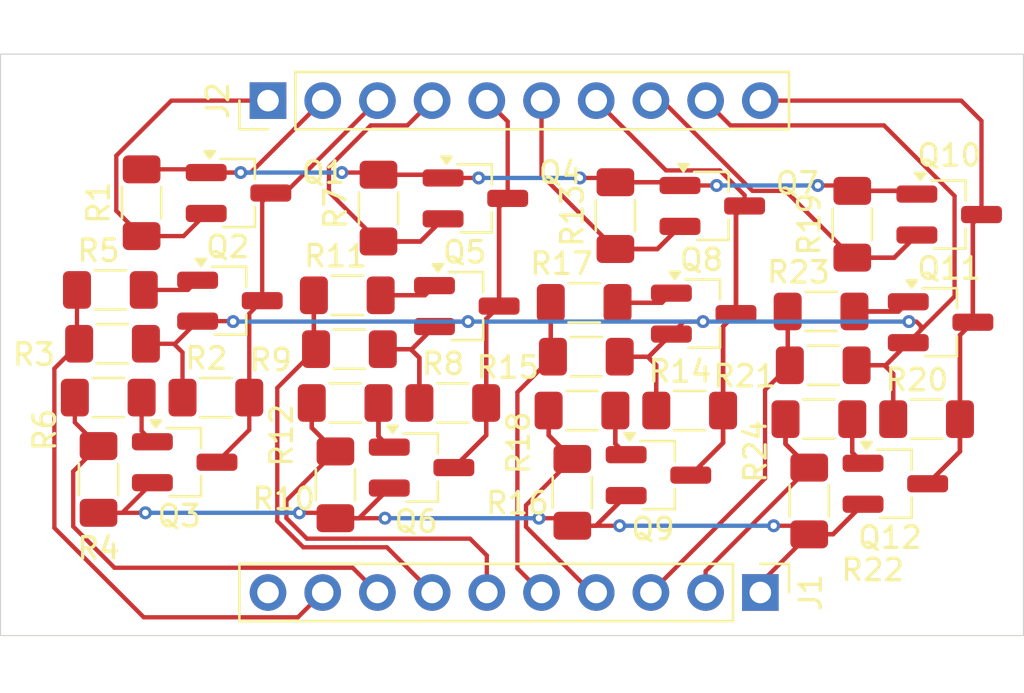
<source format=kicad_pcb>
(kicad_pcb (version 20240108) (generator "pcbnew") (generator_version "8.0")
  (layers (0 "F.Cu" signal) (31 "B.Cu" signal) (34 "B.Paste" user) (35 "F.Paste" user) (36 "B.SilkS" user "B.Silkscreen") (37 "F.SilkS" user "F.Silkscreen") (38 "B.Mask" user) (39 "F.Mask" user) (44 "Edge.Cuts" user))
  (net 0 "")
  (net 1 "Net-(Q2-B)")
  (net 2 "GND")
  (net 3 "HVS0")
  (net 4 "GS3")
  (net 5 "LIO0")
  (net 6 "GS1")
  (net 7 "Net-(Q3-B)")
  (net 8 "GS2")
  (net 9 "HVS2")
  (net 10 "HVS1")
  (net 11 "Net-(Q5-B)")
  (net 12 "HVS3")
  (net 13 "Net-(Q6-B)")
  (net 14 "GS0")
  (net 15 "LIO1")
  (net 16 "LIO3")
  (net 17 "Net-(Q8-B)")
  (net 18 "HIO0")
  (net 19 "Net-(Q9-B)")
  (net 20 "HIO3")
  (net 21 "HIO2")
  (net 22 "HV")
  (net 23 "Net-(Q11-B)")
  (net 24 "LV")
  (net 25 "Net-(Q12-B)")
  (net 26 "HIO1")
  (net 27 "LIO2")
  (footprint "Package_TO_SOT_SMD:SOT-23_Handsoldering" (layer "F.Cu") (at 148.05 91.45)
    (property "Reference" "Q12")
    (property "Value" "PMBT2222A")
  )
  (footprint "Resistor_SMD:R_1206_3216Metric_Pad1.30x1.75mm_HandSolder" (layer "F.Cu") (at 122.05 91.5 -90)
    (property "Reference" "R10")
    (property "Value" "5.6k")
  )
  (footprint "Connector_PinHeader_2.54mm:PinHeader_1x10_P2.54mm_Vertical" (layer "F.Cu") (at 141.78 96.5 -90)
    (property "Reference" "J1")
    (property "Value" "Conn_01x10")
  )
  (footprint "Package_TO_SOT_SMD:SOT-23_Handsoldering" (layer "F.Cu") (at 150.15 83.95)
    (property "Reference" "Q11")
    (property "Value" "S9012")
  )
  (footprint "Package_TO_SOT_SMD:SOT-23_Handsoldering" (layer "F.Cu") (at 117.55 77.95)
    (property "Reference" "Q1")
    (property "Value" "BSS138")
  )
  (footprint "Resistor_SMD:R_1206_3216Metric_Pad1.30x1.75mm_HandSolder" (layer "F.Cu") (at 122.6 82.7)
    (property "Reference" "R11")
    (property "Value" "2.7k")
  )
  (footprint "Resistor_SMD:R_1206_3216Metric_Pad1.30x1.75mm_HandSolder" (layer "F.Cu") (at 124.05 78.65 -90)
    (property "Reference" "R7")
    (property "Value" "10k")
  )
  (footprint "Resistor_SMD:R_1206_3216Metric_Pad1.30x1.75mm_HandSolder" (layer "F.Cu") (at 138.5 88.05)
    (property "Reference" "R14")
    (property "Value" "10k")
  )
  (footprint "Package_TO_SOT_SMD:SOT-23_Handsoldering" (layer "F.Cu") (at 117.15 82.95)
    (property "Reference" "Q2")
    (property "Value" "S9012")
  )
  (footprint "Resistor_SMD:R_1206_3216Metric_Pad1.30x1.75mm_HandSolder" (layer "F.Cu") (at 111.5 87.45)
    (property "Reference" "R6")
    (property "Value" "2.7k")
  )
  (footprint "Connector_PinHeader_2.54mm:PinHeader_1x10_P2.54mm_Vertical" (layer "F.Cu") (at 118.92 73.66 90)
    (property "Reference" "J2")
    (property "Value" "Conn_01x10")
  )
  (footprint "Package_TO_SOT_SMD:SOT-23_Handsoldering" (layer "F.Cu") (at 137.05 91.05)
    (property "Reference" "Q9")
    (property "Value" "PMBT2222A")
  )
  (footprint "Resistor_SMD:R_1206_3216Metric_Pad1.30x1.75mm_HandSolder" (layer "F.Cu") (at 133.5 88.05)
    (property "Reference" "R18")
    (property "Value" "2.7k")
  )
  (footprint "Resistor_SMD:R_1206_3216Metric_Pad1.30x1.75mm_HandSolder" (layer "F.Cu") (at 111.7 84.95 180)
    (property "Reference" "R3")
    (property "Value" "5.6k")
  )
  (footprint "Package_TO_SOT_SMD:SOT-23_Handsoldering" (layer "F.Cu") (at 150.55 78.95)
    (property "Reference" "Q10")
    (property "Value" "BSS138")
  )
  (footprint "Resistor_SMD:R_1206_3216Metric_Pad1.30x1.75mm_HandSolder" (layer "F.Cu") (at 144.6 83.45)
    (property "Reference" "R23")
    (property "Value" "2.7k")
  )
  (footprint "Resistor_SMD:R_1206_3216Metric_Pad1.30x1.75mm_HandSolder" (layer "F.Cu") (at 133.05 91.85 -90)
    (property "Reference" "R16")
    (property "Value" "5.6k")
  )
  (footprint "Resistor_SMD:R_1206_3216Metric_Pad1.30x1.75mm_HandSolder" (layer "F.Cu") (at 122.5 87.7)
    (property "Reference" "R12")
    (property "Value" "2.7k")
  )
  (footprint "Resistor_SMD:R_1206_3216Metric_Pad1.30x1.75mm_HandSolder" (layer "F.Cu") (at 144.7 85.95 180)
    (property "Reference" "R21")
    (property "Value" "5.6k")
  )
  (footprint "Package_TO_SOT_SMD:SOT-23_Handsoldering" (layer "F.Cu") (at 128.15 83.2)
    (property "Reference" "Q5")
    (property "Value" "S9012")
  )
  (footprint "Resistor_SMD:R_1206_3216Metric_Pad1.30x1.75mm_HandSolder" (layer "F.Cu") (at 111.6 82.45)
    (property "Reference" "R5")
    (property "Value" "2.7k")
  )
  (footprint "Resistor_SMD:R_1206_3216Metric_Pad1.30x1.75mm_HandSolder" (layer "F.Cu") (at 133.6 83.05)
    (property "Reference" "R17")
    (property "Value" "2.7k")
  )
  (footprint "Resistor_SMD:R_1206_3216Metric_Pad1.30x1.75mm_HandSolder" (layer "F.Cu") (at 135.05 79 -90)
    (property "Reference" "R13")
    (property "Value" "10k")
  )
  (footprint "Resistor_SMD:R_1206_3216Metric_Pad1.30x1.75mm_HandSolder" (layer "F.Cu") (at 149.5 88.45)
    (property "Reference" "R20")
    (property "Value" "10k")
  )
  (footprint "Resistor_SMD:R_1206_3216Metric_Pad1.30x1.75mm_HandSolder" (layer "F.Cu") (at 127.5 87.7)
    (property "Reference" "R8")
    (property "Value" "10k")
  )
  (footprint "Resistor_SMD:R_1206_3216Metric_Pad1.30x1.75mm_HandSolder" (layer "F.Cu") (at 111.05 91.25 -90)
    (property "Reference" "R4")
    (property "Value" "5.6k")
  )
  (footprint "Resistor_SMD:R_1206_3216Metric_Pad1.30x1.75mm_HandSolder" (layer "F.Cu") (at 122.7 85.2 180)
    (property "Reference" "R9")
    (property "Value" "5.6k")
  )
  (footprint "Resistor_SMD:R_1206_3216Metric_Pad1.30x1.75mm_HandSolder" (layer "F.Cu") (at 113.05 78.4 -90)
    (property "Reference" "R1")
    (property "Value" "10k")
  )
  (footprint "Resistor_SMD:R_1206_3216Metric_Pad1.30x1.75mm_HandSolder" (layer "F.Cu") (at 116.5 87.45)
    (property "Reference" "R2")
    (property "Value" "10k")
  )
  (footprint "Package_TO_SOT_SMD:SOT-23_Handsoldering" (layer "F.Cu") (at 128.55 78.2)
    (property "Reference" "Q4")
    (property "Value" "BSS138")
  )
  (footprint "Package_TO_SOT_SMD:SOT-23_Handsoldering" (layer "F.Cu") (at 115.05 90.45)
    (property "Reference" "Q3")
    (property "Value" "PMBT2222A")
  )
  (footprint "Package_TO_SOT_SMD:SOT-23_Handsoldering" (layer "F.Cu") (at 139.55 78.55)
    (property "Reference" "Q7")
    (property "Value" "BSS138")
  )
  (footprint "Package_TO_SOT_SMD:SOT-23_Handsoldering" (layer "F.Cu") (at 126.05 90.7)
    (property "Reference" "Q6")
    (property "Value" "PMBT2222A")
  )
  (footprint "Resistor_SMD:R_1206_3216Metric_Pad1.30x1.75mm_HandSolder" (layer "F.Cu") (at 144.05 92.25 -90)
    (property "Reference" "R22")
    (property "Value" "5.6k")
  )
  (footprint "Package_TO_SOT_SMD:SOT-23_Handsoldering" (layer "F.Cu") (at 139.15 83.55)
    (property "Reference" "Q8")
    (property "Value" "S9012")
  )
  (footprint "Resistor_SMD:R_1206_3216Metric_Pad1.30x1.75mm_HandSolder" (layer "F.Cu") (at 133.7 85.55 180)
    (property "Reference" "R15")
    (property "Value" "5.6k")
  )
  (footprint "Resistor_SMD:R_1206_3216Metric_Pad1.30x1.75mm_HandSolder" (layer "F.Cu") (at 144.5 88.45)
    (property "Reference" "R24")
    (property "Value" "2.7k")
  )
  (footprint "Resistor_SMD:R_1206_3216Metric_Pad1.30x1.75mm_HandSolder" (layer "F.Cu") (at 146.05 79.4 -90)
    (property "Reference" "R19")
    (property "Value" "10k")
  )
  (gr_rect (start 106.5 71.5) (end 154 98.5) (stroke (width 0.05)) (fill none) (layer "Edge.Cuts"))
  (segment (start 113.15 82.45) (end 115.2 82.45) (width 0.2) (layer "F.Cu") (net 1))
  (segment (start 115.2 82.45) (end 115.65 82) (width 0.2) (layer "F.Cu") (net 1))
  (segment (start 134.15 93.4) (end 135.55 92) (width 0.2) (layer "F.Cu") (net 2))
  (segment (start 145.15 93.8) (end 146.55 92.4) (width 0.2) (layer "F.Cu") (net 2))
  (segment (start 134.15 93.4) (end 135.55 92) (width 0.2) (layer "F.Cu") (net 2))
  (segment (start 144.05 93.8) (end 145.15 93.8) (width 0.2) (layer "F.Cu") (net 2))
  (segment (start 123.15 93.05) (end 124.55 91.65) (width 0.2) (layer "F.Cu") (net 2))
  (segment (start 144.05 93.8) (end 145.15 93.8) (width 0.2) (layer "F.Cu") (net 2))
  (segment (start 122.05 93.05) (end 123.15 93.05) (width 0.2) (layer "F.Cu") (net 2))
  (segment (start 123.15 93.05) (end 124.55 91.65) (width 0.2) (layer "F.Cu") (net 2))
  (segment (start 111.05 92.8) (end 112.15 92.8) (width 0.2) (layer "F.Cu") (net 2))
  (segment (start 133.05 93.4) (end 134.15 93.4) (width 0.2) (layer "F.Cu") (net 2))
  (segment (start 145.15 93.8) (end 146.55 92.4) (width 0.2) (layer "F.Cu") (net 2))
  (segment (start 133.05 93.4) (end 134.15 93.4) (width 0.2) (layer "F.Cu") (net 2))
  (segment (start 133.05 93.4) (end 134.15 93.4) (width 0.2) (layer "F.Cu") (net 2))
  (segment (start 122.05 93.05) (end 123.15 93.05) (width 0.2) (layer "F.Cu") (net 2))
  (segment (start 145.15 93.8) (end 146.55 92.4) (width 0.2) (layer "F.Cu") (net 2))
  (segment (start 122.05 93.05) (end 123.15 93.05) (width 0.2) (layer "F.Cu") (net 2))
  (segment (start 121.8 92.8) (end 122.05 93.05) (width 0.2) (layer "F.Cu") (net 2))
  (segment (start 123.15 93.05) (end 124.35 93.05) (width 0.2) (layer "F.Cu") (net 2))
  (segment (start 131.5 93.05) (end 132.7 93.05) (width 0.2) (layer "F.Cu") (net 2))
  (segment (start 145.15 93.8) (end 146.55 92.4) (width 0.2) (layer "F.Cu") (net 2))
  (segment (start 112.025 92.8) (end 113.225 92.8) (width 0.2) (layer "F.Cu") (net 2))
  (segment (start 144.05 93.8) (end 145.15 93.8) (width 0.2) (layer "F.Cu") (net 2))
  (segment (start 134.15 93.4) (end 135.55 92) (width 0.2) (layer "F.Cu") (net 2))
  (segment (start 123.15 93.05) (end 124.55 91.65) (width 0.2) (layer "F.Cu") (net 2))
  (segment (start 123.15 93.05) (end 124.55 91.65) (width 0.2) (layer "F.Cu") (net 2))
  (segment (start 144.05 93.8) (end 145.15 93.8) (width 0.2) (layer "F.Cu") (net 2))
  (segment (start 141.78 96.07) (end 144.05 93.8) (width 0.2) (layer "F.Cu") (net 2))
  (segment (start 141.78 96.5) (end 141.78 96.07) (width 0.2) (layer "F.Cu") (net 2))
  (segment (start 134.15 93.4) (end 135.55 92) (width 0.2) (layer "F.Cu") (net 2))
  (segment (start 143.65 93.4) (end 144.05 93.8) (width 0.2) (layer "F.Cu") (net 2))
  (segment (start 134.05 93.4) (end 135.25 93.4) (width 0.2) (layer "F.Cu") (net 2))
  (segment (start 122.05 93.05) (end 123.15 93.05) (width 0.2) (layer "F.Cu") (net 2))
  (segment (start 120.375 92.8) (end 121.575 92.8) (width 0.2) (layer "F.Cu") (net 2))
  (segment (start 133.05 93.4) (end 134.15 93.4) (width 0.2) (layer "F.Cu") (net 2))
  (segment (start 142.4 93.4) (end 143.6 93.4) (width 0.2) (layer "F.Cu") (net 2))
  (segment (start 132.7 93.05) (end 133.05 93.4) (width 0.2) (layer "F.Cu") (net 2))
  (segment (start 112.15 92.8) (end 113.55 91.4) (width 0.2) (layer "F.Cu") (net 2))
  (via (at 142.4 93.4) (size 0.6) (drill 0.3) (layers "F.Cu" "B.Cu") (net 2))
  (via (at 131.5 93.05) (size 0.6) (drill 0.3) (layers "F.Cu" "B.Cu") (net 2))
  (via (at 120.375 92.8) (size 0.6) (drill 0.3) (layers "F.Cu" "B.Cu") (net 2))
  (via (at 135.25 93.4) (size 0.6) (drill 0.3) (layers "F.Cu" "B.Cu") (net 2))
  (via (at 124.35 93.05) (size 0.6) (drill 0.3) (layers "F.Cu" "B.Cu") (net 2))
  (via (at 113.225 92.8) (size 0.6) (drill 0.3) (layers "F.Cu" "B.Cu") (net 2))
  (segment (start 135.25 93.4) (end 142.4 93.4) (width 0.2) (layer "B.Cu") (net 2))
  (segment (start 124.35 93.05) (end 131.5 93.05) (width 0.2) (layer "B.Cu") (net 2))
  (segment (start 113.225 92.8) (end 120.375 92.8) (width 0.2) (layer "B.Cu") (net 2))
  (segment (start 121.46 96.5) (end 120.31 97.65) (width 0.2) (layer "F.Cu") (net 3))
  (segment (start 109 86.1) (end 109 93.5) (width 0.2) (layer "F.Cu") (net 3))
  (segment (start 110.15 84.95) (end 109 86.1) (width 0.2) (layer "F.Cu") (net 3))
  (segment (start 110.05 82.45) (end 110.05 84.85) (width 0.2) (layer "F.Cu") (net 3))
  (segment (start 120.31 97.65) (end 113.15 97.65) (width 0.2) (layer "F.Cu") (net 3))
  (segment (start 110.05 84.85) (end 110.15 84.95) (width 0.2) (layer "F.Cu") (net 3))
  (segment (start 113.15 97.65) (end 109 93.5) (width 0.2) (layer "F.Cu") (net 3))
  (segment (start 142.95 89.6) (end 144.05 90.7) (width 0.2) (layer "F.Cu") (net 4))
  (segment (start 142.95 89.6) (end 144.05 90.7) (width 0.2) (layer "F.Cu") (net 4))
  (segment (start 142.95 89.6) (end 144.05 90.7) (width 0.2) (layer "F.Cu") (net 4))
  (segment (start 142.95 88.45) (end 142.95 89.6) (width 0.2) (layer "F.Cu") (net 4))
  (segment (start 142.95 88.45) (end 142.95 89.6) (width 0.2) (layer "F.Cu") (net 4))
  (segment (start 139.24 95.51) (end 144.05 90.7) (width 0.2) (layer "F.Cu") (net 4))
  (segment (start 139.24 96.5) (end 139.24 95.51) (width 0.2) (layer "F.Cu") (net 4))
  (segment (start 142.95 89.6) (end 144.05 90.7) (width 0.2) (layer "F.Cu") (net 4))
  (segment (start 142.95 88.45) (end 142.95 89.6) (width 0.2) (layer "F.Cu") (net 4))
  (segment (start 142.95 88.45) (end 142.95 89.6) (width 0.2) (layer "F.Cu") (net 4))
  (segment (start 115 79.95) (end 116.05 78.9) (width 0.2) (layer "F.Cu") (net 5))
  (segment (start 118.92 73.66) (end 114.430256 73.66) (width 0.2) (layer "F.Cu") (net 5))
  (segment (start 111.875 78.775) (end 113.05 79.95) (width 0.2) (layer "F.Cu") (net 5))
  (segment (start 113.05 79.95) (end 115 79.95) (width 0.2) (layer "F.Cu") (net 5))
  (segment (start 111.875 76.215256) (end 111.875 78.775) (width 0.2) (layer "F.Cu") (net 5))
  (segment (start 114.430256 73.66) (end 111.875 76.215256) (width 0.2) (layer "F.Cu") (net 5))
  (segment (start 119.775 93.048529) (end 120.726471 94) (width 0.2) (layer "F.Cu") (net 6))
  (segment (start 129.08 94.78) (end 129.08 96.5) (width 0.2) (layer "F.Cu") (net 6))
  (segment (start 119.775 92.225) (end 119.775 93.048529) (width 0.2) (layer "F.Cu") (net 6))
  (segment (start 120.95 87.7) (end 120.95 88.85) (width 0.2) (layer "F.Cu") (net 6))
  (segment (start 128.3 94) (end 129.08 94.78) (width 0.2) (layer "F.Cu") (net 6))
  (segment (start 120.95 88.85) (end 122.05 89.95) (width 0.2) (layer "F.Cu") (net 6))
  (segment (start 120.726471 94) (end 128.3 94) (width 0.2) (layer "F.Cu") (net 6))
  (segment (start 120.95 88.85) (end 122.05 89.95) (width 0.2) (layer "F.Cu") (net 6))
  (segment (start 120.95 88.85) (end 122.05 89.95) (width 0.2) (layer "F.Cu") (net 6))
  (segment (start 120.95 87.7) (end 120.95 88.85) (width 0.2) (layer "F.Cu") (net 6))
  (segment (start 120.95 87.7) (end 120.95 88.85) (width 0.2) (layer "F.Cu") (net 6))
  (segment (start 120.95 88.85) (end 122.05 89.95) (width 0.2) (layer "F.Cu") (net 6))
  (segment (start 120.95 87.7) (end 120.95 88.85) (width 0.2) (layer "F.Cu") (net 6))
  (segment (start 122.05 89.95) (end 119.775 92.225) (width 0.2) (layer "F.Cu") (net 6))
  (segment (start 113.05 87.45) (end 113.05 89) (width 0.2) (layer "F.Cu") (net 7))
  (segment (start 113.05 89) (end 113.55 89.5) (width 0.2) (layer "F.Cu") (net 7))
  (segment (start 130.9 93.45) (end 133.95 96.5) (width 0.2) (layer "F.Cu") (net 8))
  (segment (start 133.05 90.3) (end 130.9 92.45) (width 0.2) (layer "F.Cu") (net 8))
  (segment (start 131.95 88.05) (end 131.95 89.2) (width 0.2) (layer "F.Cu") (net 8))
  (segment (start 131.95 88.05) (end 131.95 89.2) (width 0.2) (layer "F.Cu") (net 8))
  (segment (start 133.95 96.5) (end 134.16 96.5) (width 0.2) (layer "F.Cu") (net 8))
  (segment (start 131.95 88.05) (end 131.95 89.2) (width 0.2) (layer "F.Cu") (net 8))
  (segment (start 131.95 89.2) (end 133.05 90.3) (width 0.2) (layer "F.Cu") (net 8))
  (segment (start 131.95 88.05) (end 131.95 89.2) (width 0.2) (layer "F.Cu") (net 8))
  (segment (start 130.9 92.45) (end 130.9 93.45) (width 0.2) (layer "F.Cu") (net 8))
  (segment (start 131.95 89.2) (end 133.05 90.3) (width 0.2) (layer "F.Cu") (net 8))
  (segment (start 131.95 89.2) (end 133.05 90.3) (width 0.2) (layer "F.Cu") (net 8))
  (segment (start 131.95 89.2) (end 133.05 90.3) (width 0.2) (layer "F.Cu") (net 8))
  (segment (start 132.05 83.05) (end 132.05 85.45) (width 0.2) (layer "F.Cu") (net 9))
  (segment (start 132.05 83.05) (end 132.05 85.45) (width 0.2) (layer "F.Cu") (net 9))
  (segment (start 130.5 87.2) (end 132.15 85.55) (width 0.2) (layer "F.Cu") (net 9))
  (segment (start 132.05 85.45) (end 132.15 85.55) (width 0.2) (layer "F.Cu") (net 9))
  (segment (start 130.5 95.38) (end 130.5 87.2) (width 0.2) (layer "F.Cu") (net 9))
  (segment (start 131.62 96.5) (end 130.5 95.38) (width 0.2) (layer "F.Cu") (net 9))
  (segment (start 132.05 83.05) (end 132.05 85.45) (width 0.2) (layer "F.Cu") (net 9))
  (segment (start 132.05 85.45) (end 132.15 85.55) (width 0.2) (layer "F.Cu") (net 9))
  (segment (start 132.05 85.45) (end 132.15 85.55) (width 0.2) (layer "F.Cu") (net 9))
  (segment (start 132.05 83.05) (end 132.05 85.45) (width 0.2) (layer "F.Cu") (net 9))
  (segment (start 132.05 85.45) (end 132.15 85.55) (width 0.2) (layer "F.Cu") (net 9))
  (segment (start 121.05 82.7) (end 121.05 85.1) (width 0.2) (layer "F.Cu") (net 10))
  (segment (start 121.05 85.1) (end 121.15 85.2) (width 0.2) (layer "F.Cu") (net 10))
  (segment (start 121.05 82.7) (end 121.05 85.1) (width 0.2) (layer "F.Cu") (net 10))
  (segment (start 120.560785 94.4) (end 119.35 93.189215) (width 0.2) (layer "F.Cu") (net 10))
  (segment (start 121.05 82.7) (end 121.05 85.1) (width 0.2) (layer "F.Cu") (net 10))
  (segment (start 121.05 85.1) (end 121.15 85.2) (width 0.2) (layer "F.Cu") (net 10))
  (segment (start 119.35 93.189215) (end 119.35 87) (width 0.2) (layer "F.Cu") (net 10))
  (segment (start 119.35 87) (end 121.15 85.2) (width 0.2) (layer "F.Cu") (net 10))
  (segment (start 126.54 96.5) (end 124.44 94.4) (width 0.2) (layer "F.Cu") (net 10))
  (segment (start 121.05 85.1) (end 121.15 85.2) (width 0.2) (layer "F.Cu") (net 10))
  (segment (start 121.05 82.7) (end 121.05 85.1) (width 0.2) (layer "F.Cu") (net 10))
  (segment (start 121.05 85.1) (end 121.15 85.2) (width 0.2) (layer "F.Cu") (net 10))
  (segment (start 124.44 94.4) (end 120.560785 94.4) (width 0.2) (layer "F.Cu") (net 10))
  (segment (start 124.15 82.7) (end 126.2 82.7) (width 0.2) (layer "F.Cu") (net 11))
  (segment (start 124.15 82.7) (end 126.2 82.7) (width 0.2) (layer "F.Cu") (net 11))
  (segment (start 126.2 82.7) (end 126.65 82.25) (width 0.2) (layer "F.Cu") (net 11))
  (segment (start 126.2 82.7) (end 126.65 82.25) (width 0.2) (layer "F.Cu") (net 11))
  (segment (start 126.2 82.7) (end 126.65 82.25) (width 0.2) (layer "F.Cu") (net 11))
  (segment (start 126.2 82.7) (end 126.65 82.25) (width 0.2) (layer "F.Cu") (net 11))
  (segment (start 124.15 82.7) (end 126.2 82.7) (width 0.2) (layer "F.Cu") (net 11))
  (segment (start 124.15 82.7) (end 126.2 82.7) (width 0.2) (layer "F.Cu") (net 11))
  (segment (start 143.05 85.85) (end 143.15 85.95) (width 0.2) (layer "F.Cu") (net 12))
  (segment (start 143.05 85.85) (end 143.15 85.95) (width 0.2) (layer "F.Cu") (net 12))
  (segment (start 136.7 96.5) (end 142 91.2) (width 0.2) (layer "F.Cu") (net 12))
  (segment (start 142 87.1) (end 143.15 85.95) (width 0.2) (layer "F.Cu") (net 12))
  (segment (start 143.05 83.45) (end 143.05 85.85) (width 0.2) (layer "F.Cu") (net 12))
  (segment (start 143.05 83.45) (end 143.05 85.85) (width 0.2) (layer "F.Cu") (net 12))
  (segment (start 143.05 83.45) (end 143.05 85.85) (width 0.2) (layer "F.Cu") (net 12))
  (segment (start 143.05 85.85) (end 143.15 85.95) (width 0.2) (layer "F.Cu") (net 12))
  (segment (start 143.05 85.85) (end 143.15 85.95) (width 0.2) (layer "F.Cu") (net 12))
  (segment (start 142 91.2) (end 142 87.1) (width 0.2) (layer "F.Cu") (net 12))
  (segment (start 143.05 83.45) (end 143.05 85.85) (width 0.2) (layer "F.Cu") (net 12))
  (segment (start 124.05 87.7) (end 124.05 89.25) (width 0.2) (layer "F.Cu") (net 13))
  (segment (start 124.05 89.25) (end 124.55 89.75) (width 0.2) (layer "F.Cu") (net 13))
  (segment (start 124.05 87.7) (end 124.05 89.25) (width 0.2) (layer "F.Cu") (net 13))
  (segment (start 124.05 87.7) (end 124.05 89.25) (width 0.2) (layer "F.Cu") (net 13))
  (segment (start 124.05 89.25) (end 124.55 89.75) (width 0.2) (layer "F.Cu") (net 13))
  (segment (start 124.05 87.7) (end 124.05 89.25) (width 0.2) (layer "F.Cu") (net 13))
  (segment (start 124.05 89.25) (end 124.55 89.75) (width 0.2) (layer "F.Cu") (net 13))
  (segment (start 124.05 89.25) (end 124.55 89.75) (width 0.2) (layer "F.Cu") (net 13))
  (segment (start 109.95 87.45) (end 109.95 88.6) (width 0.2) (layer "F.Cu") (net 14))
  (segment (start 109.95 88.6) (end 111.05 89.7) (width 0.2) (layer "F.Cu") (net 14))
  (segment (start 109.875 90.875) (end 109.875 93.434744) (width 0.2) (layer "F.Cu") (net 14))
  (segment (start 124 96.5) (end 122.85 95.35) (width 0.2) (layer "F.Cu") (net 14))
  (segment (start 122.85 95.35) (end 111.790256 95.35) (width 0.2) (layer "F.Cu") (net 14))
  (segment (start 111.790256 95.35) (end 109.875 93.434744) (width 0.2) (layer "F.Cu") (net 14))
  (segment (start 111.05 89.7) (end 109.875 90.875) (width 0.2) (layer "F.Cu") (net 14))
  (segment (start 124.05 80.2) (end 126 80.2) (width 0.2) (layer "F.Cu") (net 15))
  (segment (start 126 80.2) (end 127.05 79.15) (width 0.2) (layer "F.Cu") (net 15))
  (segment (start 121.75 77.9) (end 124.05 80.2) (width 0.2) (layer "F.Cu") (net 15))
  (segment (start 124.05 80.2) (end 126 80.2) (width 0.2) (layer "F.Cu") (net 15))
  (segment (start 126 80.2) (end 127.05 79.15) (width 0.2) (layer "F.Cu") (net 15))
  (segment (start 124.05 80.2) (end 126 80.2) (width 0.2) (layer "F.Cu") (net 15))
  (segment (start 126 80.2) (end 127.05 79.15) (width 0.2) (layer "F.Cu") (net 15))
  (segment (start 123.691471 74.81) (end 121.75 76.751471) (width 0.2) (layer "F.Cu") (net 15))
  (segment (start 126.54 73.66) (end 125.39 74.81) (width 0.2) (layer "F.Cu") (net 15))
  (segment (start 126 80.2) (end 127.05 79.15) (width 0.2) (layer "F.Cu") (net 15))
  (segment (start 125.39 74.81) (end 123.691471 74.81) (width 0.2) (layer "F.Cu") (net 15))
  (segment (start 124.05 80.2) (end 126 80.2) (width 0.2) (layer "F.Cu") (net 15))
  (segment (start 121.75 76.751471) (end 121.75 77.9) (width 0.2) (layer "F.Cu") (net 15))
  (segment (start 148 80.95) (end 149.05 79.9) (width 0.2) (layer "F.Cu") (net 16))
  (segment (start 148 80.95) (end 149.05 79.9) (width 0.2) (layer "F.Cu") (net 16))
  (segment (start 146.05 80.95) (end 148 80.95) (width 0.2) (layer "F.Cu") (net 16))
  (segment (start 136.7 73.66) (end 137.224214 73.66) (width 0.2) (layer "F.Cu") (net 16))
  (segment (start 142.95 77.85) (end 146.05 80.95) (width 0.2) (layer "F.Cu") (net 16))
  (segment (start 141.414214 77.85) (end 142.95 77.85) (width 0.2) (layer "F.Cu") (net 16))
  (segment (start 148 80.95) (end 149.05 79.9) (width 0.2) (layer "F.Cu") (net 16))
  (segment (start 137.224214 73.66) (end 141.414214 77.85) (width 0.2) (layer "F.Cu") (net 16))
  (segment (start 148 80.95) (end 149.05 79.9) (width 0.2) (layer "F.Cu") (net 16))
  (segment (start 146.05 80.95) (end 148 80.95) (width 0.2) (layer "F.Cu") (net 16))
  (segment (start 146.05 80.95) (end 148 80.95) (width 0.2) (layer "F.Cu") (net 16))
  (segment (start 146.05 80.95) (end 148 80.95) (width 0.2) (layer "F.Cu") (net 16))
  (segment (start 137.2 83.05) (end 137.65 82.6) (width 0.2) (layer "F.Cu") (net 17))
  (segment (start 137.2 83.05) (end 137.65 82.6) (width 0.2) (layer "F.Cu") (net 17))
  (segment (start 135.15 83.05) (end 137.2 83.05) (width 0.2) (layer "F.Cu") (net 17))
  (segment (start 135.15 83.05) (end 137.2 83.05) (width 0.2) (layer "F.Cu") (net 17))
  (segment (start 135.15 83.05) (end 137.2 83.05) (width 0.2) (layer "F.Cu") (net 17))
  (segment (start 135.15 83.05) (end 137.2 83.05) (width 0.2) (layer "F.Cu") (net 17))
  (segment (start 137.2 83.05) (end 137.65 82.6) (width 0.2) (layer "F.Cu") (net 17))
  (segment (start 137.2 83.05) (end 137.65 82.6) (width 0.2) (layer "F.Cu") (net 17))
  (segment (start 118.65 82.95) (end 118.05 83.55) (width 0.2) (layer "F.Cu") (net 18))
  (segment (start 118.65 78.35) (end 118.65 82.95) (width 0.2) (layer "F.Cu") (net 18))
  (segment (start 118.05 83.55) (end 118.05 87.45) (width 0.2) (layer "F.Cu") (net 18))
  (segment (start 118.05 88.95) (end 116.55 90.45) (width 0.2) (layer "F.Cu") (net 18))
  (segment (start 119.71 77.95) (end 119.05 77.95) (width 0.2) (layer "F.Cu") (net 18))
  (segment (start 124 73.66) (end 119.71 77.95) (width 0.2) (layer "F.Cu") (net 18))
  (segment (start 119.05 77.95) (end 118.65 78.35) (width 0.2) (layer "F.Cu") (net 18))
  (segment (start 118.05 87.45) (end 118.05 88.95) (width 0.2) (layer "F.Cu") (net 18))
  (segment (start 135.05 89.6) (end 135.55 90.1) (width 0.2) (layer "F.Cu") (net 19))
  (segment (start 135.05 88.05) (end 135.05 89.6) (width 0.2) (layer "F.Cu") (net 19))
  (segment (start 135.05 88.05) (end 135.05 89.6) (width 0.2) (layer "F.Cu") (net 19))
  (segment (start 135.05 88.05) (end 135.05 89.6) (width 0.2) (layer "F.Cu") (net 19))
  (segment (start 135.05 89.6) (end 135.55 90.1) (width 0.2) (layer "F.Cu") (net 19))
  (segment (start 135.05 88.05) (end 135.05 89.6) (width 0.2) (layer "F.Cu") (net 19))
  (segment (start 135.05 89.6) (end 135.55 90.1) (width 0.2) (layer "F.Cu") (net 19))
  (segment (start 135.05 89.6) (end 135.55 90.1) (width 0.2) (layer "F.Cu") (net 19))
  (segment (start 151.11 73.66) (end 152.05 74.6) (width 0.2) (layer "F.Cu") (net 20))
  (segment (start 151.05 84.55) (end 151.05 88.45) (width 0.2) (layer "F.Cu") (net 20))
  (segment (start 152.05 74.6) (end 152.05 78.95) (width 0.2) (layer "F.Cu") (net 20))
  (segment (start 151.05 89.95) (end 149.55 91.45) (width 0.2) (layer "F.Cu") (net 20))
  (segment (start 151.05 84.55) (end 151.05 88.45) (width 0.2) (layer "F.Cu") (net 20))
  (segment (start 151.05 88.45) (end 151.05 89.95) (width 0.2) (layer "F.Cu") (net 20))
  (segment (start 151.05 84.55) (end 151.05 88.45) (width 0.2) (layer "F.Cu") (net 20))
  (segment (start 151.05 89.95) (end 149.55 91.45) (width 0.2) (layer "F.Cu") (net 20))
  (segment (start 151.65 83.95) (end 151.05 84.55) (width 0.2) (layer "F.Cu") (net 20))
  (segment (start 151.05 89.95) (end 149.55 91.45) (width 0.2) (layer "F.Cu") (net 20))
  (segment (start 151.05 84.55) (end 151.05 88.45) (width 0.2) (layer "F.Cu") (net 20))
  (segment (start 152.05 78.95) (end 151.65 79.35) (width 0.2) (layer "F.Cu") (net 20))
  (segment (start 152.05 78.95) (end 151.65 79.35) (width 0.2) (layer "F.Cu") (net 20))
  (segment (start 151.05 88.45) (end 151.05 89.95) (width 0.2) (layer "F.Cu") (net 20))
  (segment (start 151.65 83.95) (end 151.05 84.55) (width 0.2) (layer "F.Cu") (net 20))
  (segment (start 151.65 79.35) (end 151.65 83.95) (width 0.2) (layer "F.Cu") (net 20))
  (segment (start 151.05 88.45) (end 151.05 89.95) (width 0.2) (layer "F.Cu") (net 20))
  (segment (start 151.65 79.35) (end 151.65 83.95) (width 0.2) (layer "F.Cu") (net 20))
  (segment (start 151.05 88.45) (end 151.05 89.95) (width 0.2) (layer "F.Cu") (net 20))
  (segment (start 152.05 78.95) (end 151.65 79.35) (width 0.2) (layer "F.Cu") (net 20))
  (segment (start 151.65 79.35) (end 151.65 83.95) (width 0.2) (layer "F.Cu") (net 20))
  (segment (start 151.65 83.95) (end 151.05 84.55) (width 0.2) (layer "F.Cu") (net 20))
  (segment (start 152.05 78.95) (end 151.65 79.35) (width 0.2) (layer "F.Cu") (net 20))
  (segment (start 141.78 73.66) (end 151.11 73.66) (width 0.2) (layer "F.Cu") (net 20))
  (segment (start 151.05 89.95) (end 149.55 91.45) (width 0.2) (layer "F.Cu") (net 20))
  (segment (start 151.65 79.35) (end 151.65 83.95) (width 0.2) (layer "F.Cu") (net 20))
  (segment (start 151.65 83.95) (end 151.05 84.55) (width 0.2) (layer "F.Cu") (net 20))
  (segment (start 139.898529 76.9) (end 141.05 78.051471) (width 0.2) (layer "F.Cu") (net 21))
  (segment (start 140.05 89.55) (end 138.55 91.05) (width 0.2) (layer "F.Cu") (net 21))
  (segment (start 140.05 84.15) (end 140.05 88.05) (width 0.2) (layer "F.Cu") (net 21))
  (segment (start 134.16 73.66) (end 137.4 76.9) (width 0.2) (layer "F.Cu") (net 21))
  (segment (start 141.05 78.55) (end 140.65 78.95) (width 0.2) (layer "F.Cu") (net 21))
  (segment (start 140.65 78.95) (end 140.65 83.55) (width 0.2) (layer "F.Cu") (net 21))
  (segment (start 140.05 89.55) (end 138.55 91.05) (width 0.2) (layer "F.Cu") (net 21))
  (segment (start 141.05 78.55) (end 140.65 78.95) (width 0.2) (layer "F.Cu") (net 21))
  (segment (start 141.05 78.55) (end 140.65 78.95) (width 0.2) (layer "F.Cu") (net 21))
  (segment (start 140.05 89.55) (end 138.55 91.05) (width 0.2) (layer "F.Cu") (net 21))
  (segment (start 140.05 84.15) (end 140.05 88.05) (width 0.2) (layer "F.Cu") (net 21))
  (segment (start 140.05 84.15) (end 140.05 88.05) (width 0.2) (layer "F.Cu") (net 21))
  (segment (start 140.65 78.95) (end 140.65 83.55) (width 0.2) (layer "F.Cu") (net 21))
  (segment (start 137.4 76.9) (end 139.898529 76.9) (width 0.2) (layer "F.Cu") (net 21))
  (segment (start 140.05 84.15) (end 140.05 88.05) (width 0.2) (layer "F.Cu") (net 21))
  (segment (start 140.65 78.95) (end 140.65 83.55) (width 0.2) (layer "F.Cu") (net 21))
  (segment (start 141.05 78.051471) (end 141.05 78.55) (width 0.2) (layer "F.Cu") (net 21))
  (segment (start 140.65 78.95) (end 140.65 83.55) (width 0.2) (layer "F.Cu") (net 21))
  (segment (start 141.05 78.55) (end 140.65 78.95) (width 0.2) (layer "F.Cu") (net 21))
  (segment (start 140.05 88.05) (end 140.05 89.55) (width 0.2) (layer "F.Cu") (net 21))
  (segment (start 140.65 83.55) (end 140.05 84.15) (width 0.2) (layer "F.Cu") (net 21))
  (segment (start 140.05 89.55) (end 138.55 91.05) (width 0.2) (layer "F.Cu") (net 21))
  (segment (start 140.05 88.05) (end 140.05 89.55) (width 0.2) (layer "F.Cu") (net 21))
  (segment (start 140.05 88.05) (end 140.05 89.55) (width 0.2) (layer "F.Cu") (net 21))
  (segment (start 140.65 83.55) (end 140.05 84.15) (width 0.2) (layer "F.Cu") (net 21))
  (segment (start 140.05 88.05) (end 140.05 89.55) (width 0.2) (layer "F.Cu") (net 21))
  (segment (start 140.65 83.55) (end 140.05 84.15) (width 0.2) (layer "F.Cu") (net 21))
  (segment (start 140.65 83.55) (end 140.05 84.15) (width 0.2) (layer "F.Cu") (net 21))
  (segment (start 114.6 84.95) (end 115.65 83.9) (width 0.2) (layer "F.Cu") (net 22))
  (segment (start 128.21 83.92) (end 126.88 83.92) (width 0.2) (layer "F.Cu") (net 22))
  (segment (start 136.6 85.6) (end 136.95 85.95) (width 0.2) (layer "F.Cu") (net 22))
  (segment (start 139.12 83.92) (end 138.23 83.92) (width 0.2) (layer "F.Cu") (net 22))
  (segment (start 125.95 85.6) (end 125.95 87.7) (width 0.2) (layer "F.Cu") (net 22))
  (segment (start 135.25 85.55) (end 136.6 85.55) (width 0.2) (layer "F.Cu") (net 22))
  (segment (start 125.6 85.25) (end 125.95 85.6) (width 0.2) (layer "F.Cu") (net 22))
  (segment (start 147.6 86) (end 147.95 86.35) (width 0.2) (layer "F.Cu") (net 22))
  (segment (start 136.95 85.95) (end 136.95 88.05) (width 0.2) (layer "F.Cu") (net 22))
  (segment (start 125.6 85.2) (end 126.65 84.15) (width 0.2) (layer "F.Cu") (net 22))
  (segment (start 114.95 85.35) (end 114.95 87.45) (width 0.2) (layer "F.Cu") (net 22))
  (segment (start 125.95 85.6) (end 125.95 87.7) (width 0.2) (layer "F.Cu") (net 22))
  (segment (start 136.6 85.55) (end 136.6 85.6) (width 0.2) (layer "F.Cu") (net 22))
  (segment (start 114.6 84.95) (end 114.6 85) (width 0.2) (layer "F.Cu") (net 22))
  (segment (start 147.6 85.95) (end 147.6 86) (width 0.2) (layer "F.Cu") (net 22))
  (segment (start 136.6 85.55) (end 137.65 84.5) (width 0.2) (layer "F.Cu") (net 22))
  (segment (start 125.6 85.2) (end 125.6 85.25) (width 0.2) (layer "F.Cu") (net 22))
  (segment (start 148.68 83.92) (end 149.03 83.92) (width 0.2) (layer "F.Cu") (net 22))
  (segment (start 147.6 85.95) (end 148.65 84.9) (width 0.2) (layer "F.Cu") (net 22))
  (segment (start 150.8 82.75) (end 150.8 78.087352) (width 0.2) (layer "F.Cu") (net 22))
  (segment (start 149.23 84.32) (end 148.65 84.9) (width 0.2) (layer "F.Cu") (net 22))
  (segment (start 136.6 85.6) (end 136.95 85.95) (width 0.2) (layer "F.Cu") (net 22))
  (segment (start 147.95 86.35) (end 147.95 88.45) (width 0.2) (layer "F.Cu") (net 22))
  (segment (start 125.6 85.2) (end 126.65 84.15) (width 0.2) (layer "F.Cu") (net 22))
  (segment (start 136.6 85.55) (end 137.65 84.5) (width 0.2) (layer "F.Cu") (net 22))
  (segment (start 147.95 86.35) (end 147.95 88.45) (width 0.2) (layer "F.Cu") (net 22))
  (segment (start 140.39 74.81) (end 139.24 73.66) (width 0.2) (layer "F.Cu") (net 22))
  (segment (start 136.95 85.95) (end 136.95 88.05) (width 0.2) (layer "F.Cu") (net 22))
  (segment (start 147.6 85.95) (end 148.65 84.9) (width 0.2) (layer "F.Cu") (net 22))
  (segment (start 147.6 85.95) (end 147.6 86) (width 0.2) (layer "F.Cu") (net 22))
  (segment (start 149.03 83.92) (end 149.23 84.12) (width 0.2) (layer "F.Cu") (net 22))
  (segment (start 136.6 85.55) (end 136.6 85.6) (width 0.2) (layer "F.Cu") (net 22))
  (segment (start 125.6 85.2) (end 125.6 85.25) (width 0.2) (layer "F.Cu") (net 22))
  (segment (start 146.25 85.95) (end 147.6 85.95) (width 0.2) (layer "F.Cu") (net 22))
  (segment (start 135.25 85.55) (end 136.6 85.55) (width 0.2) (layer "F.Cu") (net 22))
  (segment (start 125.6 85.25) (end 125.95 85.6) (width 0.2) (layer "F.Cu") (net 22))
  (segment (start 125.6 85.2) (end 126.65 84.15) (width 0.2) (layer "F.Cu") (net 22))
  (segment (start 147.6 85.95) (end 148.65 84.9) (width 0.2) (layer "F.Cu") (net 22))
  (segment (start 149.23 84.12) (end 149.23 84.32) (width 0.2) (layer "F.Cu") (net 22))
  (segment (start 125.6 85.2) (end 126.65 84.15) (width 0.2) (layer "F.Cu") (net 22))
  (segment (start 124.25 85.2) (end 125.6 85.2) (width 0.2) (layer "F.Cu") (net 22))
  (segment (start 135.25 85.55) (end 136.6 85.55) (width 0.2) (layer "F.Cu") (net 22))
  (segment (start 125.6 85.25) (end 125.95 85.6) (width 0.2) (layer "F.Cu") (net 22))
  (segment (start 136.6 85.55) (end 137.65 84.5) (width 0.2) (layer "F.Cu") (net 22))
  (segment (start 136.95 85.95) (end 136.95 88.05) (width 0.2) (layer "F.Cu") (net 22))
  (segment (start 125.6 85.2) (end 125.6 85.25) (width 0.2) (layer "F.Cu") (net 22))
  (segment (start 146.25 85.95) (end 147.6 85.95) (width 0.2) (layer "F.Cu") (net 22))
  (segment (start 136.6 85.55) (end 136.6 85.6) (width 0.2) (layer "F.Cu") (net 22))
  (segment (start 124.25 85.2) (end 125.6 85.2) (width 0.2) (layer "F.Cu") (net 22))
  (segment (start 148.65 84.9) (end 150.8 82.75) (width 0.2) (layer "F.Cu") (net 22))
  (segment (start 147.522648 74.81) (end 140.39 74.81) (width 0.2) (layer "F.Cu") (net 22))
  (segment (start 147.95 86.35) (end 147.95 88.45) (width 0.2) (layer "F.Cu") (net 22))
  (segment (start 147.6 85.95) (end 147.6 86) (width 0.2) (layer "F.Cu") (net 22))
  (segment (start 146.25 85.95) (end 147.6 85.95) (width 0.2) (layer "F.Cu") (net 22))
  (segment (start 125.6 85.25) (end 125.95 85.6) (width 0.2) (layer "F.Cu") (net 22))
  (segment (start 147.6 86) (end 147.95 86.35) (width 0.2) (layer "F.Cu") (net 22))
  (segment (start 117.28 83.9) (end 117.3 83.92) (width 0.2) (layer "F.Cu") (net 22))
  (segment (start 114.6 85) (end 114.95 85.35) (width 0.2) (layer "F.Cu") (net 22))
  (segment (start 147.6 86) (end 147.95 86.35) (width 0.2) (layer "F.Cu") (net 22))
  (segment (start 147.6 86) (end 147.95 86.35) (width 0.2) (layer "F.Cu") (net 22))
  (segment (start 124.25 85.2) (end 125.6 85.2) (width 0.2) (layer "F.Cu") (net 22))
  (segment (start 113.25 84.95) (end 114.6 84.95) (width 0.2) (layer "F.Cu") (net 22))
  (segment (start 147.6 85.95) (end 147.6 86) (width 0.2) (layer "F.Cu") (net 22))
  (segment (start 150.8 78.087352) (end 147.522648 74.81) (width 0.2) (layer "F.Cu") (net 22))
  (segment (start 146.25 85.95) (end 147.6 85.95) (width 0.2) (layer "F.Cu") (net 22))
  (segment (start 115.65 83.9) (end 117.28 83.9) (width 0.2) (layer "F.Cu") (net 22))
  (segment (start 138.23 83.92) (end 137.65 84.5) (width 0.2) (layer "F.Cu") (net 22))
  (segment (start 136.6 85.55) (end 136.6 85.6) (width 0.2) (layer "F.Cu") (net 22))
  (segment (start 136.6 85.6) (end 136.95 85.95) (width 0.2) (layer "F.Cu") (net 22))
  (segment (start 147.95 86.35) (end 147.95 88.45) (width 0.2) (layer "F.Cu") (net 22))
  (segment (start 147.6 85.95) (end 148.65 84.9) (width 0.2) (layer "F.Cu") (net 22))
  (segment (start 136.6 85.55) (end 137.65 84.5) (width 0.2) (layer "F.Cu") (net 22))
  (segment (start 126.88 83.92) (end 126.65 84.15) (width 0.2) (layer "F.Cu") (net 22))
  (segment (start 125.95 85.6) (end 125.95 87.7) (width 0.2) (layer "F.Cu") (net 22))
  (segment (start 124.25 85.2) (end 125.6 85.2) (width 0.2) (layer "F.Cu") (net 22))
  (segment (start 125.95 85.6) (end 125.95 87.7) (width 0.2) (layer "F.Cu") (net 22))
  (segment (start 125.6 85.2) (end 125.6 85.25) (width 0.2) (layer "F.Cu") (net 22))
  (segment (start 135.25 85.55) (end 136.6 85.55) (width 0.2) (layer "F.Cu") (net 22))
  (segment (start 136.95 85.95) (end 136.95 88.05) (width 0.2) (layer "F.Cu") (net 22))
  (segment (start 136.6 85.6) (end 136.95 85.95) (width 0.2) (layer "F.Cu") (net 22))
  (via (at 139.12 83.92) (size 0.6) (drill 0.3) (layers "F.Cu" "B.Cu") (net 22))
  (via (at 117.3 83.92) (size 0.6) (drill 0.3) (layers "F.Cu" "B.Cu") (net 22))
  (via (at 128.21 83.92) (size 0.6) (drill 0.3) (layers "F.Cu" "B.Cu") (net 22))
  (via (at 148.68 83.92) (size 0.6) (drill 0.3) (layers "F.Cu" "B.Cu") (net 22))
  (segment (start 117.3 83.92) (end 128.21 83.92) (width 0.2) (layer "B.Cu") (net 22))
  (segment (start 128.21 83.92) (end 139.12 83.92) (width 0.2) (layer "B.Cu") (net 22))
  (segment (start 139.12 83.92) (end 148.68 83.92) (width 0.2) (layer "B.Cu") (net 22))
  (segment (start 148.2 83.45) (end 148.65 83) (width 0.2) (layer "F.Cu") (net 23))
  (segment (start 146.15 83.45) (end 148.2 83.45) (width 0.2) (layer "F.Cu") (net 23))
  (segment (start 148.2 83.45) (end 148.65 83) (width 0.2) (layer "F.Cu") (net 23))
  (segment (start 146.15 83.45) (end 148.2 83.45) (width 0.2) (layer "F.Cu") (net 23))
  (segment (start 146.15 83.45) (end 148.2 83.45) (width 0.2) (layer "F.Cu") (net 23))
  (segment (start 148.2 83.45) (end 148.65 83) (width 0.2) (layer "F.Cu") (net 23))
  (segment (start 148.2 83.45) (end 148.65 83) (width 0.2) (layer "F.Cu") (net 23))
  (segment (start 146.15 83.45) (end 148.2 83.45) (width 0.2) (layer "F.Cu") (net 23))
  (segment (start 123.95 77) (end 124.05 77.1) (width 0.2) (layer "F.Cu") (net 24))
  (segment (start 146.05 77.85) (end 148.9 77.85) (width 0.2) (layer "F.Cu") (net 24))
  (segment (start 137.9 77.45) (end 138.05 77.6) (width 0.2) (layer "F.Cu") (net 24))
  (segment (start 148.9 77.85) (end 149.05 78) (width 0.2) (layer "F.Cu") (net 24))
  (segment (start 133.4 77.25) (end 135 77.25) (width 0.2) (layer "F.Cu") (net 24))
  (segment (start 135.05 77.45) (end 137.9 77.45) (width 0.2) (layer "F.Cu") (net 24))
  (segment (start 148.9 77.85) (end 149.05 78) (width 0.2) (layer "F.Cu") (net 24))
  (segment (start 113.05 76.85) (end 115.9 76.85) (width 0.2) (layer "F.Cu") (net 24))
  (segment (start 127.1 77.25) (end 128.7 77.25) (width 0.2) (layer "F.Cu") (net 24))
  (segment (start 126.9 77.1) (end 127.05 77.25) (width 0.2) (layer "F.Cu") (net 24))
  (segment (start 135.05 77.45) (end 137.9 77.45) (width 0.2) (layer "F.Cu") (net 24))
  (segment (start 118.12 77) (end 116.05 77) (width 0.2) (layer "F.Cu") (net 24))
  (segment (start 146.05 77.85) (end 148.9 77.85) (width 0.2) (layer "F.Cu") (net 24))
  (segment (start 116.05 77) (end 117.65 77) (width 0.2) (layer "F.Cu") (net 24))
  (segment (start 137.9 77.45) (end 138.05 77.6) (width 0.2) (layer "F.Cu") (net 24))
  (segment (start 137.9 77.45) (end 138.05 77.6) (width 0.2) (layer "F.Cu") (net 24))
  (segment (start 124.05 77.1) (end 126.9 77.1) (width 0.2) (layer "F.Cu") (net 24))
  (segment (start 146.05 77.85) (end 148.9 77.85) (width 0.2) (layer "F.Cu") (net 24))
  (segment (start 124.05 77.1) (end 126.9 77.1) (width 0.2) (layer "F.Cu") (net 24))
  (segment (start 138.15 77.6) (end 139.75 77.6) (width 0.2) (layer "F.Cu") (net 24))
  (segment (start 146.05 77.85) (end 148.9 77.85) (width 0.2) (layer "F.Cu") (net 24))
  (segment (start 135.05 77.45) (end 137.9 77.45) (width 0.2) (layer "F.Cu") (net 24))
  (segment (start 121.46 73.66) (end 118.12 77) (width 0.2) (layer "F.Cu") (net 24))
  (segment (start 124.05 77.1) (end 126.9 77.1) (width 0.2) (layer "F.Cu") (net 24))
  (segment (start 144.45 77.6) (end 146.05 77.6) (width 0.2) (layer "F.Cu") (net 24))
  (segment (start 126.9 77.1) (end 127.05 77.25) (width 0.2) (layer "F.Cu") (net 24))
  (segment (start 134.85 77.25) (end 135.05 77.45) (width 0.2) (layer "F.Cu") (net 24))
  (segment (start 148.9 77.85) (end 149.05 78) (width 0.2) (layer "F.Cu") (net 24))
  (segment (start 122.35 77) (end 123.95 77) (width 0.2) (layer "F.Cu") (net 24))
  (segment (start 135.05 77.45) (end 137.9 77.45) (width 0.2) (layer "F.Cu") (net 24))
  (segment (start 124.05 77.1) (end 126.9 77.1) (width 0.2) (layer "F.Cu") (net 24))
  (segment (start 137.9 77.45) (end 138.05 77.6) (width 0.2) (layer "F.Cu") (net 24))
  (segment (start 115.9 76.85) (end 116.05 77) (width 0.2) (layer "F.Cu") (net 24))
  (segment (start 148.9 77.85) (end 149.05 78) (width 0.2) (layer "F.Cu") (net 24))
  (segment (start 126.9 77.1) (end 127.05 77.25) (width 0.2) (layer "F.Cu") (net 24))
  (segment (start 126.9 77.1) (end 127.05 77.25) (width 0.2) (layer "F.Cu") (net 24))
  (segment (start 145.8 77.6) (end 146.05 77.85) (width 0.2) (layer "F.Cu") (net 24))
  (via (at 144.45 77.6) (size 0.6) (drill 0.3) (layers "F.Cu" "B.Cu") (net 24))
  (via (at 128.7 77.25) (size 0.6) (drill 0.3) (layers "F.Cu" "B.Cu") (net 24))
  (via (at 122.35 77) (size 0.6) (drill 0.3) (layers "F.Cu" "B.Cu") (net 24))
  (via (at 117.65 77) (size 0.6) (drill 0.3) (layers "F.Cu" "B.Cu") (net 24))
  (via (at 139.75 77.6) (size 0.6) (drill 0.3) (layers "F.Cu" "B.Cu") (net 24))
  (via (at 133.4 77.25) (size 0.6) (drill 0.3) (layers "F.Cu" "B.Cu") (net 24))
  (segment (start 117.65 77) (end 122.35 77) (width 0.2) (layer "B.Cu") (net 24))
  (segment (start 128.7 77.25) (end 133.4 77.25) (width 0.2) (layer "B.Cu") (net 24))
  (segment (start 139.75 77.6) (end 144.45 77.6) (width 0.2) (layer "B.Cu") (net 24))
  (segment (start 146.05 90) (end 146.55 90.5) (width 0.2) (layer "F.Cu") (net 25))
  (segment (start 146.05 88.45) (end 146.05 90) (width 0.2) (layer "F.Cu") (net 25))
  (segment (start 146.05 90) (end 146.55 90.5) (width 0.2) (layer "F.Cu") (net 25))
  (segment (start 146.05 90) (end 146.55 90.5) (width 0.2) (layer "F.Cu") (net 25))
  (segment (start 146.05 88.45) (end 146.05 90) (width 0.2) (layer "F.Cu") (net 25))
  (segment (start 146.05 88.45) (end 146.05 90) (width 0.2) (layer "F.Cu") (net 25))
  (segment (start 146.05 88.45) (end 146.05 90) (width 0.2) (layer "F.Cu") (net 25))
  (segment (start 146.05 90) (end 146.55 90.5) (width 0.2) (layer "F.Cu") (net 25))
  (segment (start 129.05 89.2) (end 127.55 90.7) (width 0.2) (layer "F.Cu") (net 26))
  (segment (start 129.05 87.7) (end 129.05 89.2) (width 0.2) (layer "F.Cu") (net 26))
  (segment (start 129.65 78.6) (end 129.65 83.2) (width 0.2) (layer "F.Cu") (net 26))
  (segment (start 129.05 83.8) (end 129.05 87.7) (width 0.2) (layer "F.Cu") (net 26))
  (segment (start 130.05 78.2) (end 129.65 78.6) (width 0.2) (layer "F.Cu") (net 26))
  (segment (start 129.65 78.6) (end 129.65 83.2) (width 0.2) (layer "F.Cu") (net 26))
  (segment (start 129.65 83.2) (end 129.05 83.8) (width 0.2) (layer "F.Cu") (net 26))
  (segment (start 129.65 78.6) (end 129.65 83.2) (width 0.2) (layer "F.Cu") (net 26))
  (segment (start 129.65 78.6) (end 129.65 83.2) (width 0.2) (layer "F.Cu") (net 26))
  (segment (start 129.05 89.2) (end 127.55 90.7) (width 0.2) (layer "F.Cu") (net 26))
  (segment (start 129.65 83.2) (end 129.05 83.8) (width 0.2) (layer "F.Cu") (net 26))
  (segment (start 129.05 83.8) (end 129.05 87.7) (width 0.2) (layer "F.Cu") (net 26))
  (segment (start 130.05 78.2) (end 129.65 78.6) (width 0.2) (layer "F.Cu") (net 26))
  (segment (start 130.05 74.63) (end 129.08 73.66) (width 0.2) (layer "F.Cu") (net 26))
  (segment (start 129.65 83.2) (end 129.05 83.8) (width 0.2) (layer "F.Cu") (net 26))
  (segment (start 129.05 87.7) (end 129.05 89.2) (width 0.2) (layer "F.Cu") (net 26))
  (segment (start 129.05 89.2) (end 127.55 90.7) (width 0.2) (layer "F.Cu") (net 26))
  (segment (start 129.05 83.8) (end 129.05 87.7) (width 0.2) (layer "F.Cu") (net 26))
  (segment (start 129.05 89.2) (end 127.55 90.7) (width 0.2) (layer "F.Cu") (net 26))
  (segment (start 129.65 83.2) (end 129.05 83.8) (width 0.2) (layer "F.Cu") (net 26))
  (segment (start 130.05 78.2) (end 129.65 78.6) (width 0.2) (layer "F.Cu") (net 26))
  (segment (start 130.05 78.2) (end 130.05 74.63) (width 0.2) (layer "F.Cu") (net 26))
  (segment (start 129.05 87.7) (end 129.05 89.2) (width 0.2) (layer "F.Cu") (net 26))
  (segment (start 129.05 83.8) (end 129.05 87.7) (width 0.2) (layer "F.Cu") (net 26))
  (segment (start 130.05 78.2) (end 129.65 78.6) (width 0.2) (layer "F.Cu") (net 26))
  (segment (start 129.05 87.7) (end 129.05 89.2) (width 0.2) (layer "F.Cu") (net 26))
  (segment (start 135.05 80.55) (end 137 80.55) (width 0.2) (layer "F.Cu") (net 27))
  (segment (start 137 80.55) (end 138.05 79.5) (width 0.2) (layer "F.Cu") (net 27))
  (segment (start 137 80.55) (end 138.05 79.5) (width 0.2) (layer "F.Cu") (net 27))
  (segment (start 131.62 73.66) (end 131.62 77.12) (width 0.2) (layer "F.Cu") (net 27))
  (segment (start 131.62 77.12) (end 135.05 80.55) (width 0.2) (layer "F.Cu") (net 27))
  (segment (start 137 80.55) (end 138.05 79.5) (width 0.2) (layer "F.Cu") (net 27))
  (segment (start 137 80.55) (end 138.05 79.5) (width 0.2) (layer "F.Cu") (net 27))
  (segment (start 135.05 80.55) (end 137 80.55) (width 0.2) (layer "F.Cu") (net 27))
  (segment (start 135.05 80.55) (end 137 80.55) (width 0.2) (layer "F.Cu") (net 27))
  (segment (start 135.05 80.55) (end 137 80.55) (width 0.2) (layer "F.Cu") (net 27))
)
</source>
